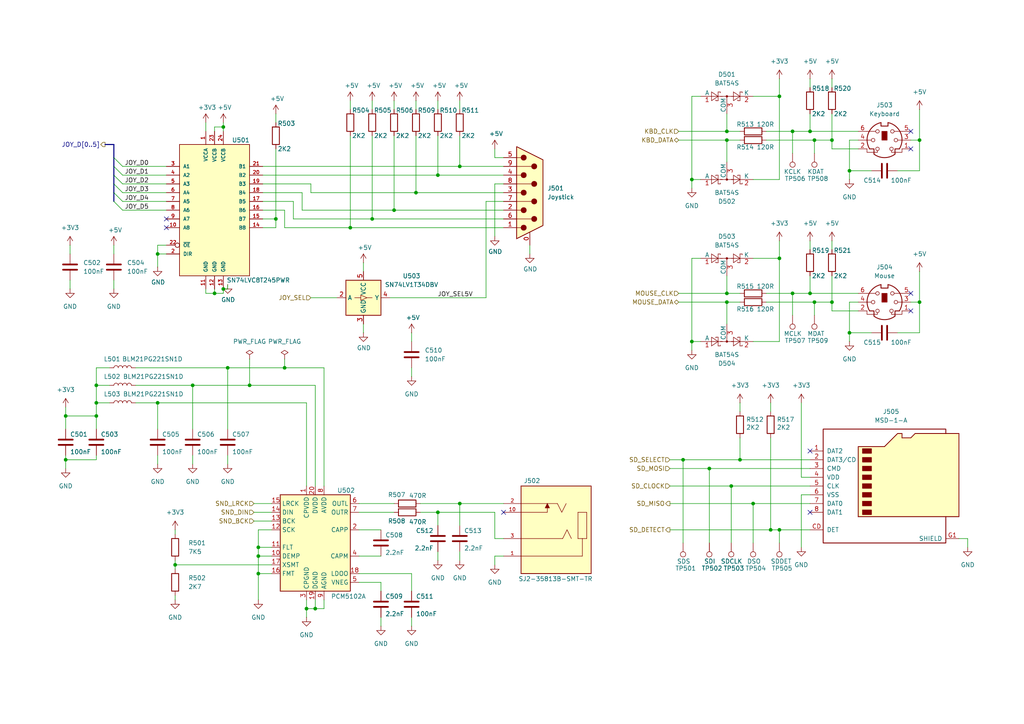
<source format=kicad_sch>
(kicad_sch (version 20250114) (generator "eeschema") (generator_version "9.0")
  (paper "A4")
  (title_block (title "Lattice ICE40HX8K Development board") (company "Stephen Moody"))
  (junction (at 229.87 38.1))
  (junction (at 91.44 176.53))
  (junction (at 198.12 133.35))
  (junction (at 133.35 48.26))
  (junction (at 241.3 40.64))
  (junction (at 127 148.59))
  (junction (at 236.22 87.63))
  (junction (at 66.04 106.68))
  (junction (at 74.93 166.37))
  (junction (at 107.95 63.5))
  (junction (at 72.39 111.76))
  (junction (at 234.95 38.1))
  (junction (at 62.23 85.09))
  (junction (at 114.3 60.96))
  (junction (at 55.88 111.76))
  (junction (at 241.3 87.63))
  (junction (at 266.7 87.63))
  (junction (at 226.06 153.67))
  (junction (at 45.72 73.66))
  (junction (at 133.35 146.05))
  (junction (at 226.06 27.94))
  (junction (at 212.09 140.97))
  (junction (at 80.01 63.5))
  (junction (at 234.95 85.09))
  (junction (at 210.82 85.09))
  (junction (at 82.55 106.68))
  (junction (at 266.7 40.64))
  (junction (at 205.74 135.89))
  (junction (at 200.66 52.07))
  (junction (at 214.63 133.35))
  (junction (at 200.66 99.06))
  (junction (at 226.06 74.93))
  (junction (at 19.05 120.65))
  (junction (at 74.93 161.29))
  (junction (at 19.05 133.35))
  (junction (at 229.87 85.09))
  (junction (at 210.82 87.63))
  (junction (at 210.82 38.1))
  (junction (at 88.9 176.53))
  (junction (at 64.77 83.82))
  (junction (at 120.65 55.88))
  (junction (at 210.82 40.64))
  (junction (at 246.38 49.53))
  (junction (at 127 50.8))
  (junction (at 45.72 116.84))
  (junction (at 27.94 120.65))
  (junction (at 64.77 36.83))
  (junction (at 74.93 158.75))
  (junction (at 101.6 66.04))
  (junction (at 27.94 116.84))
  (junction (at 27.94 111.76))
  (junction (at 218.44 146.05))
  (junction (at 223.52 153.67))
  (junction (at 246.38 96.52))
  (junction (at 236.22 40.64))
  (junction (at 50.8 163.83))
  (no_connect (at 146.05 148.59))
  (no_connect (at 234.95 148.59))
  (no_connect (at 264.16 38.1))
  (no_connect (at 48.26 66.04))
  (no_connect (at 234.95 130.81))
  (no_connect (at 264.16 85.09))
  (no_connect (at 48.26 63.5))
  (no_connect (at 264.16 43.18))
  (no_connect (at 264.16 90.17))
  (bus_entry (at 33.02 58.42) (size 2.54 2.54))
  (bus_entry (at 33.02 55.88) (size 2.54 2.54))
  (bus_entry (at 33.02 48.26) (size 2.54 2.54))
  (bus_entry (at 33.02 50.8) (size 2.54 2.54))
  (bus_entry (at 33.02 45.72) (size 2.54 2.54))
  (bus_entry (at 33.02 53.34) (size 2.54 2.54))
  (wire (pts (xy 266.7 96.52) (xy 266.7 87.63)))
  (wire (pts (xy 104.14 168.91) (xy 110.49 168.91)))
  (wire (pts (xy 146.05 66.04) (xy 101.6 66.04)))
  (wire (pts (xy 264.16 87.63) (xy 266.7 87.63)))
  (wire (pts (xy 223.52 116.84) (xy 223.52 119.38)))
  (wire (pts (xy 127 39.37) (xy 127 50.8)))
  (wire (pts (xy 236.22 87.63) (xy 236.22 91.44)))
  (wire (pts (xy 143.51 43.18) (xy 143.51 45.72)))
  (wire (pts (xy 200.66 52.07) (xy 203.2 52.07)))
  (wire (pts (xy 55.88 132.08) (xy 55.88 134.62)))
  (wire (pts (xy 27.94 132.08) (xy 27.94 133.35)))
  (wire (pts (xy 88.9 176.53) (xy 88.9 179.07)))
  (wire (pts (xy 107.95 39.37) (xy 107.95 63.5)))
  (wire (pts (xy 133.35 39.37) (xy 133.35 48.26)))
  (wire (pts (xy 82.55 66.04) (xy 82.55 60.96)))
  (wire (pts (xy 114.3 39.37) (xy 114.3 60.96)))
  (wire (pts (xy 55.88 111.76) (xy 55.88 124.46)))
  (wire (pts (xy 90.17 53.34) (xy 76.2 53.34)))
  (wire (pts (xy 27.94 116.84) (xy 31.75 116.84)))
  (wire (pts (xy 66.04 132.08) (xy 66.04 134.62)))
  (wire (pts (xy 236.22 87.63) (xy 241.3 87.63)))
  (wire (pts (xy 194.31 135.89) (xy 205.74 135.89)))
  (wire (pts (xy 72.39 111.76) (xy 91.44 111.76)))
  (wire (pts (xy 146.05 60.96) (xy 114.3 60.96)))
  (wire (pts (xy 143.51 156.21) (xy 146.05 156.21)))
  (wire (pts (xy 236.22 40.64) (xy 241.3 40.64)))
  (wire (pts (xy 35.56 55.88) (xy 48.26 55.88)))
  (wire (pts (xy 62.23 83.82) (xy 62.23 85.09)))
  (wire (pts (xy 88.9 173.99) (xy 88.9 176.53)))
  (wire (pts (xy 226.06 74.93) (xy 226.06 69.85)))
  (bus (pts (xy 33.02 53.34) (xy 33.02 50.8)))
  (wire (pts (xy 64.77 38.1) (xy 64.77 36.83)))
  (wire (pts (xy 200.66 52.07) (xy 200.66 27.94)))
  (wire (pts (xy 246.38 96.52) (xy 252.73 96.52)))
  (wire (pts (xy 114.3 29.21) (xy 114.3 31.75)))
  (wire (pts (xy 74.93 153.67) (xy 74.93 158.75)))
  (wire (pts (xy 59.69 83.82) (xy 59.69 85.09)))
  (wire (pts (xy 39.37 116.84) (xy 45.72 116.84)))
  (wire (pts (xy 214.63 133.35) (xy 234.95 133.35)))
  (bus (pts (xy 33.02 58.42) (xy 33.02 55.88)))
  (wire (pts (xy 210.82 87.63) (xy 210.82 93.98)))
  (bus (pts (xy 33.02 50.8) (xy 33.02 48.26)))
  (wire (pts (xy 218.44 74.93) (xy 226.06 74.93)))
  (wire (pts (xy 27.94 133.35) (xy 19.05 133.35)))
  (wire (pts (xy 146.05 50.8) (xy 127 50.8)))
  (wire (pts (xy 73.66 146.05) (xy 78.74 146.05)))
  (wire (pts (xy 241.3 43.18) (xy 241.3 40.64)))
  (wire (pts (xy 241.3 69.85) (xy 241.3 72.39)))
  (wire (pts (xy 143.51 53.34) (xy 146.05 53.34)))
  (wire (pts (xy 260.35 49.53) (xy 266.7 49.53)))
  (wire (pts (xy 66.04 106.68) (xy 66.04 124.46)))
  (wire (pts (xy 140.97 58.42) (xy 146.05 58.42)))
  (wire (pts (xy 64.77 36.83) (xy 64.77 35.56)))
  (wire (pts (xy 214.63 116.84) (xy 214.63 119.38)))
  (wire (pts (xy 50.8 163.83) (xy 50.8 165.1)))
  (wire (pts (xy 74.93 161.29) (xy 78.74 161.29)))
  (wire (pts (xy 205.74 135.89) (xy 205.74 157.48)))
  (bus (pts (xy 33.02 41.91) (xy 30.48 41.91)))
  (wire (pts (xy 226.06 99.06) (xy 218.44 99.06)))
  (wire (pts (xy 143.51 68.58) (xy 143.51 53.34)))
  (wire (pts (xy 127 152.4) (xy 127 148.59)))
  (wire (pts (xy 153.67 73.66) (xy 153.67 71.12)))
  (wire (pts (xy 107.95 29.21) (xy 107.95 31.75)))
  (wire (pts (xy 200.66 101.6) (xy 200.66 99.06)))
  (bus (pts (xy 33.02 55.88) (xy 33.02 53.34)))
  (wire (pts (xy 35.56 58.42) (xy 48.26 58.42)))
  (wire (pts (xy 246.38 52.07) (xy 246.38 49.53)))
  (wire (pts (xy 248.92 87.63) (xy 246.38 87.63)))
  (wire (pts (xy 64.77 83.82) (xy 66.04 83.82)))
  (wire (pts (xy 91.44 111.76) (xy 91.44 140.97)))
  (wire (pts (xy 143.51 161.29) (xy 143.51 163.83)))
  (wire (pts (xy 194.31 140.97) (xy 212.09 140.97)))
  (wire (pts (xy 104.14 146.05) (xy 114.3 146.05)))
  (wire (pts (xy 222.25 40.64) (xy 236.22 40.64)))
  (wire (pts (xy 210.82 33.02) (xy 210.82 38.1)))
  (wire (pts (xy 248.92 40.64) (xy 246.38 40.64)))
  (wire (pts (xy 101.6 39.37) (xy 101.6 66.04)))
  (wire (pts (xy 105.41 93.98) (xy 105.41 96.52)))
  (wire (pts (xy 45.72 132.08) (xy 45.72 134.62)))
  (wire (pts (xy 133.35 160.02) (xy 133.35 162.56)))
  (wire (pts (xy 222.25 87.63) (xy 236.22 87.63)))
  (wire (pts (xy 76.2 63.5) (xy 80.01 63.5)))
  (wire (pts (xy 210.82 38.1) (xy 214.63 38.1)))
  (wire (pts (xy 133.35 29.21) (xy 133.35 31.75)))
  (wire (pts (xy 246.38 40.64) (xy 246.38 49.53)))
  (wire (pts (xy 127 148.59) (xy 121.92 148.59)))
  (wire (pts (xy 146.05 63.5) (xy 107.95 63.5)))
  (wire (pts (xy 200.66 74.93) (xy 203.2 74.93)))
  (wire (pts (xy 229.87 85.09) (xy 234.95 85.09)))
  (wire (pts (xy 20.32 81.28) (xy 20.32 83.82)))
  (wire (pts (xy 82.55 104.14) (xy 82.55 106.68)))
  (wire (pts (xy 35.56 60.96) (xy 48.26 60.96)))
  (wire (pts (xy 91.44 176.53) (xy 88.9 176.53)))
  (wire (pts (xy 200.66 99.06) (xy 203.2 99.06)))
  (wire (pts (xy 119.38 179.07) (xy 119.38 181.61)))
  (wire (pts (xy 143.51 161.29) (xy 146.05 161.29)))
  (wire (pts (xy 27.94 111.76) (xy 27.94 116.84)))
  (wire (pts (xy 31.75 111.76) (xy 27.94 111.76)))
  (wire (pts (xy 93.98 176.53) (xy 91.44 176.53)))
  (wire (pts (xy 62.23 36.83) (xy 62.23 38.1)))
  (wire (pts (xy 234.95 153.67) (xy 226.06 153.67)))
  (wire (pts (xy 196.85 85.09) (xy 210.82 85.09)))
  (bus (pts (xy 33.02 45.72) (xy 33.02 41.91)))
  (wire (pts (xy 35.56 48.26) (xy 48.26 48.26)))
  (wire (pts (xy 19.05 133.35) (xy 19.05 135.89)))
  (wire (pts (xy 119.38 96.52) (xy 119.38 99.06)))
  (wire (pts (xy 218.44 146.05) (xy 218.44 157.48)))
  (wire (pts (xy 55.88 111.76) (xy 72.39 111.76)))
  (wire (pts (xy 27.94 120.65) (xy 19.05 120.65)))
  (wire (pts (xy 222.25 38.1) (xy 229.87 38.1)))
  (wire (pts (xy 226.06 52.07) (xy 218.44 52.07)))
  (wire (pts (xy 72.39 104.14) (xy 72.39 111.76)))
  (wire (pts (xy 80.01 33.02) (xy 80.01 35.56)))
  (wire (pts (xy 91.44 173.99) (xy 91.44 176.53)))
  (wire (pts (xy 210.82 80.01) (xy 210.82 85.09)))
  (wire (pts (xy 140.97 86.36) (xy 140.97 58.42)))
  (wire (pts (xy 266.7 40.64) (xy 266.7 31.75)))
  (wire (pts (xy 212.09 140.97) (xy 234.95 140.97)))
  (wire (pts (xy 39.37 106.68) (xy 66.04 106.68)))
  (wire (pts (xy 20.32 71.12) (xy 20.32 73.66)))
  (wire (pts (xy 113.03 86.36) (xy 140.97 86.36)))
  (wire (pts (xy 104.14 153.67) (xy 110.49 153.67)))
  (wire (pts (xy 226.06 153.67) (xy 223.52 153.67)))
  (wire (pts (xy 48.26 71.12) (xy 45.72 71.12)))
  (wire (pts (xy 76.2 50.8) (xy 127 50.8)))
  (wire (pts (xy 205.74 135.89) (xy 234.95 135.89)))
  (wire (pts (xy 66.04 83.82) (xy 66.04 82.55)))
  (wire (pts (xy 196.85 38.1) (xy 210.82 38.1)))
  (wire (pts (xy 196.85 87.63) (xy 210.82 87.63)))
  (wire (pts (xy 35.56 53.34) (xy 48.26 53.34)))
  (wire (pts (xy 232.41 138.43) (xy 234.95 138.43)))
  (wire (pts (xy 226.06 27.94) (xy 226.06 22.86)))
  (wire (pts (xy 234.95 38.1) (xy 234.95 33.02)))
  (wire (pts (xy 248.92 85.09) (xy 234.95 85.09)))
  (wire (pts (xy 80.01 63.5) (xy 80.01 66.04)))
  (wire (pts (xy 39.37 111.76) (xy 55.88 111.76)))
  (wire (pts (xy 127 29.21) (xy 127 31.75)))
  (wire (pts (xy 119.38 106.68) (xy 119.38 109.22)))
  (wire (pts (xy 200.66 99.06) (xy 200.66 74.93)))
  (wire (pts (xy 19.05 132.08) (xy 19.05 133.35)))
  (wire (pts (xy 50.8 162.56) (xy 50.8 163.83)))
  (wire (pts (xy 120.65 29.21) (xy 120.65 31.75)))
  (wire (pts (xy 234.95 85.09) (xy 234.95 80.01)))
  (wire (pts (xy 87.63 60.96) (xy 87.63 55.88)))
  (wire (pts (xy 241.3 90.17) (xy 248.92 90.17)))
  (wire (pts (xy 74.93 158.75) (xy 78.74 158.75)))
  (wire (pts (xy 104.14 148.59) (xy 114.3 148.59)))
  (wire (pts (xy 223.52 127) (xy 223.52 153.67)))
  (wire (pts (xy 133.35 146.05) (xy 146.05 146.05)))
  (wire (pts (xy 31.75 106.68) (xy 27.94 106.68)))
  (wire (pts (xy 110.49 179.07) (xy 110.49 181.61)))
  (wire (pts (xy 266.7 87.63) (xy 266.7 78.74)))
  (wire (pts (xy 133.35 152.4) (xy 133.35 146.05)))
  (wire (pts (xy 45.72 73.66) (xy 48.26 73.66)))
  (wire (pts (xy 229.87 38.1) (xy 229.87 44.45)))
  (wire (pts (xy 280.67 158.75) (xy 280.67 156.21)))
  (wire (pts (xy 236.22 40.64) (xy 236.22 44.45)))
  (wire (pts (xy 210.82 85.09) (xy 214.63 85.09)))
  (wire (pts (xy 27.94 106.68) (xy 27.94 111.76)))
  (wire (pts (xy 85.09 63.5) (xy 85.09 58.42)))
  (wire (pts (xy 120.65 55.88) (xy 146.05 55.88)))
  (wire (pts (xy 119.38 171.45) (xy 119.38 166.37)))
  (wire (pts (xy 59.69 35.56) (xy 59.69 38.1)))
  (wire (pts (xy 226.06 153.67) (xy 226.06 157.48)))
  (wire (pts (xy 74.93 153.67) (xy 78.74 153.67)))
  (wire (pts (xy 19.05 118.11) (xy 19.05 120.65)))
  (wire (pts (xy 218.44 146.05) (xy 234.95 146.05)))
  (wire (pts (xy 246.38 87.63) (xy 246.38 96.52)))
  (wire (pts (xy 229.87 38.1) (xy 234.95 38.1)))
  (wire (pts (xy 214.63 127) (xy 214.63 133.35)))
  (wire (pts (xy 127 160.02) (xy 127 162.56)))
  (wire (pts (xy 241.3 40.64) (xy 241.3 33.02)))
  (wire (pts (xy 90.17 86.36) (xy 97.79 86.36)))
  (wire (pts (xy 218.44 27.94) (xy 226.06 27.94)))
  (wire (pts (xy 19.05 120.65) (xy 19.05 124.46)))
  (wire (pts (xy 200.66 27.94) (xy 203.2 27.94)))
  (wire (pts (xy 232.41 143.51) (xy 234.95 143.51)))
  (wire (pts (xy 82.55 106.68) (xy 93.98 106.68)))
  (wire (pts (xy 74.93 158.75) (xy 74.93 161.29)))
  (wire (pts (xy 27.94 124.46) (xy 27.94 120.65)))
  (wire (pts (xy 210.82 40.64) (xy 210.82 46.99)))
  (wire (pts (xy 80.01 43.18) (xy 80.01 63.5)))
  (wire (pts (xy 246.38 99.06) (xy 246.38 96.52)))
  (wire (pts (xy 234.95 22.86) (xy 234.95 25.4)))
  (wire (pts (xy 222.25 85.09) (xy 229.87 85.09)))
  (wire (pts (xy 234.95 69.85) (xy 234.95 72.39)))
  (wire (pts (xy 62.23 85.09) (xy 64.77 85.09)))
  (wire (pts (xy 241.3 90.17) (xy 241.3 87.63)))
  (wire (pts (xy 104.14 161.29) (xy 110.49 161.29)))
  (wire (pts (xy 232.41 116.84) (xy 232.41 138.43)))
  (wire (pts (xy 241.3 43.18) (xy 248.92 43.18)))
  (wire (pts (xy 260.35 96.52) (xy 266.7 96.52)))
  (wire (pts (xy 45.72 116.84) (xy 88.9 116.84)))
  (wire (pts (xy 73.66 151.13) (xy 78.74 151.13)))
  (wire (pts (xy 101.6 29.21) (xy 101.6 31.75)))
  (wire (pts (xy 64.77 85.09) (xy 64.77 83.82)))
  (wire (pts (xy 33.02 81.28) (xy 33.02 83.82)))
  (wire (pts (xy 66.04 106.68) (xy 82.55 106.68)))
  (wire (pts (xy 196.85 40.64) (xy 210.82 40.64)))
  (wire (pts (xy 88.9 116.84) (xy 88.9 140.97)))
  (wire (pts (xy 198.12 133.35) (xy 214.63 133.35)))
  (wire (pts (xy 226.06 74.93) (xy 226.06 99.06)))
  (wire (pts (xy 93.98 106.68) (xy 93.98 140.97)))
  (wire (pts (xy 278.13 156.21) (xy 280.67 156.21)))
  (wire (pts (xy 59.69 85.09) (xy 62.23 85.09)))
  (wire (pts (xy 248.92 38.1) (xy 234.95 38.1)))
  (wire (pts (xy 119.38 166.37) (xy 104.14 166.37)))
  (wire (pts (xy 241.3 87.63) (xy 241.3 80.01)))
  (wire (pts (xy 90.17 55.88) (xy 120.65 55.88)))
  (wire (pts (xy 50.8 172.72) (xy 50.8 173.99)))
  (wire (pts (xy 107.95 63.5) (xy 85.09 63.5)))
  (wire (pts (xy 87.63 55.88) (xy 76.2 55.88)))
  (wire (pts (xy 264.16 40.64) (xy 266.7 40.64)))
  (wire (pts (xy 226.06 27.94) (xy 226.06 52.07)))
  (wire (pts (xy 210.82 40.64) (xy 214.63 40.64)))
  (wire (pts (xy 194.31 153.67) (xy 223.52 153.67)))
  (wire (pts (xy 74.93 161.29) (xy 74.93 166.37)))
  (wire (pts (xy 127 148.59) (xy 143.51 148.59)))
  (wire (pts (xy 110.49 171.45) (xy 110.49 168.91)))
  (wire (pts (xy 146.05 48.26) (xy 133.35 48.26)))
  (wire (pts (xy 241.3 22.86) (xy 241.3 25.4)))
  (wire (pts (xy 212.09 140.97) (xy 212.09 157.48)))
  (wire (pts (xy 210.82 87.63) (xy 214.63 87.63)))
  (wire (pts (xy 90.17 55.88) (xy 90.17 53.34)))
  (wire (pts (xy 229.87 85.09) (xy 229.87 91.44)))
  (wire (pts (xy 50.8 163.83) (xy 78.74 163.83)))
  (wire (pts (xy 120.65 39.37) (xy 120.65 55.88)))
  (wire (pts (xy 143.51 45.72) (xy 146.05 45.72)))
  (wire (pts (xy 64.77 36.83) (xy 62.23 36.83)))
  (wire (pts (xy 45.72 73.66) (xy 45.72 77.47)))
  (wire (pts (xy 76.2 48.26) (xy 133.35 48.26)))
  (bus (pts (xy 33.02 48.26) (xy 33.02 45.72)))
  (wire (pts (xy 133.35 146.05) (xy 121.92 146.05)))
  (wire (pts (xy 114.3 60.96) (xy 87.63 60.96)))
  (wire (pts (xy 194.31 133.35) (xy 198.12 133.35)))
  (wire (pts (xy 232.41 143.51) (xy 232.41 158.75)))
  (wire (pts (xy 266.7 49.53) (xy 266.7 40.64)))
  (wire (pts (xy 246.38 49.53) (xy 252.73 49.53)))
  (wire (pts (xy 105.41 76.2) (xy 105.41 78.74)))
  (wire (pts (xy 143.51 148.59) (xy 143.51 156.21)))
  (wire (pts (xy 73.66 148.59) (xy 78.74 148.59)))
  (wire (pts (xy 45.72 116.84) (xy 45.72 124.46)))
  (wire (pts (xy 74.93 166.37) (xy 74.93 173.99)))
  (wire (pts (xy 78.74 166.37) (xy 74.93 166.37)))
  (wire (pts (xy 101.6 66.04) (xy 82.55 66.04)))
  (wire (pts (xy 200.66 54.61) (xy 200.66 52.07)))
  (wire (pts (xy 82.55 60.96) (xy 76.2 60.96)))
  (wire (pts (xy 198.12 133.35) (xy 198.12 157.48)))
  (wire (pts (xy 33.02 71.12) (xy 33.02 73.66)))
  (wire (pts (xy 35.56 50.8) (xy 48.26 50.8)))
  (wire (pts (xy 27.94 120.65) (xy 27.94 116.84)))
  (wire (pts (xy 45.72 71.12) (xy 45.72 73.66)))
  (wire (pts (xy 76.2 66.04) (xy 80.01 66.04)))
  (wire (pts (xy 93.98 173.99) (xy 93.98 176.53)))
  (wire (pts (xy 85.09 58.42) (xy 76.2 58.42)))
  (wire (pts (xy 194.31 146.05) (xy 218.44 146.05)))
  (wire (pts (xy 50.8 153.67) (xy 50.8 154.94)))
  (label "JOY_D0" (at 43.18 48.26 180))
  (label "JOY_D1" (at 43.18 50.8 180))
  (label "JOY_SEL5V" (at 137.16 86.36 180))
  (label "JOY_D4" (at 43.18 58.42 180))
  (label "JOY_D5" (at 43.18 60.96 180))
  (label "JOY_D3" (at 43.18 55.88 180))
  (label "JOY_D2" (at 43.18 53.34 180))
  (hierarchical_label "SND_DIN" (shape input) (at 73.66 148.59 180))
  (hierarchical_label "SND_LRCK" (shape input) (at 73.66 146.05 180))
  (hierarchical_label "SD_SELECT" (shape input) (at 194.31 133.35 180))
  (hierarchical_label "SD_MISO" (shape output) (at 194.31 146.05 180))
  (hierarchical_label "SND_BCK" (shape input) (at 73.66 151.13 180))
  (hierarchical_label "MOUSE_CLK" (shape input) (at 196.85 85.09 180))
  (hierarchical_label "SD_MOSI" (shape input) (at 194.31 135.89 180))
  (hierarchical_label "SD_CLOCK" (shape input) (at 194.31 140.97 180))
  (hierarchical_label "JOY_D[0..5]" (shape output) (at 30.48 41.91 180))
  (hierarchical_label "KBD_DATA" (shape bidirectional) (at 196.85 40.64 180))
  (hierarchical_label "MOUSE_DATA" (shape bidirectional) (at 196.85 87.63 180))
  (hierarchical_label "KBD_CLK" (shape input) (at 196.85 38.1 180))
  (hierarchical_label "JOY_SEL" (shape input) (at 90.17 86.36 180))
  (hierarchical_label "SD_DETECT" (shape output) (at 194.31 153.67 180))
  (symbol (lib_id "power:+5V") (at 119.38 96.52 0) (unit 1)
    (property "Reference" "#PWR0525" (effects (hide yes)))
    (property "Value" "+5V" (at 119.761 92.1258 0))
    (property "Description" "Power symbol creates a global label with name \"+5V\"" (effects (hide yes)))
  )
  (symbol (lib_id "Device:R") (at 234.95 29.21 0) (unit 1)
    (property "Reference" "R518" (at 235.458 25.654 0) (effects (justify left)))
    (property "Value" "2K2" (at 235.458 33.02 0) (effects (justify left)))
    (property "Footprint" "Resistor_SMD:R_0805_2012Metric" (effects (hide yes)))
    (property "Description" "Resistor" (effects (hide yes)))
  )
  (symbol (lib_id "Device:R") (at 241.3 29.21 0) (unit 1)
    (property "Reference" "R520" (at 241.808 25.654 0) (effects (justify left)))
    (property "Value" "2K2" (at 241.808 33.02 0) (effects (justify left)))
    (property "Footprint" "Resistor_SMD:R_0805_2012Metric" (effects (hide yes)))
    (property "Description" "Resistor" (effects (hide yes)))
  )
  (symbol (lib_id "DevBoard:SJ2-35813B-SMT-TR") (at 161.29 153.67 180) (unit 1)
    (property "Reference" "J502" (at 151.892 139.446 0) (effects (justify right)))
    (property "Value" "SJ2-35813B-SMT-TR" (at 150.368 167.894 0) (effects (justify right)))
    (property "Footprint" "DevBoard:CUI_SJ2-35813B-SMT-TR" (effects (hide yes)))
    (property "Description" "3.5 mm, Stereo, Right Angle, Surface Mount (SMT), 3 Conductors, 1 Internal Switch, Audio Jack Connector" (effects (hide yes)))
    (property "MP" "SJ2-35813B-SMT-TR" (effects (hide yes)))
    (property "MANUFACTURER" "CUI Devices" (effects (hide yes)))
  )
  (symbol (lib_id "Device:R") (at 127 35.56 0) (unit 1)
    (property "Reference" "R510" (at 127.508 32.004 0) (effects (justify left)))
    (property "Value" "2K2" (at 127.508 39.37 0) (effects (justify left)))
    (property "Footprint" "Resistor_SMD:R_0805_2012Metric" (effects (hide yes)))
    (property "Description" "Resistor" (effects (hide yes)))
  )
  (symbol (lib_id "Connector:Mini-DIN-6") (at 256.54 40.64 0) (unit 1)
    (property "Reference" "J503" (at 256.5577 30.48 0))
    (property "Value" "Keyboard" (at 256.5577 33.02 0))
    (property "Footprint" "DevBoard:MINI-DIN-6-FULL-SHIELD" (effects (hide yes)))
    (property "Datasheet" "http://service.powerdynamics.com/ec/Catalog17/Section%2011.pdf" (effects (hide yes)))
    (property "Description" "6-pin Mini-DIN connector" (effects (hide yes)))
  )
  (symbol (lib_id "Device:C") (at 119.38 102.87 0) (unit 1)
    (property "Reference" "C510" (at 123.19 101.5999 0) (effects (justify left)))
    (property "Value" "100nF" (at 123.19 104.1399 0) (effects (justify left)))
    (property "Footprint" "Capacitor_SMD:C_0805_2012Metric" (effects (hide yes)))
    (property "Description" "Unpolarized capacitor" (effects (hide yes)))
  )
  (symbol (lib_id "power:GND") (at 153.67 73.66 0) (unit 1)
    (property "Reference" "#PWR0536" (effects (hide yes)))
    (property "Value" "GND" (at 153.797 78.0542 0))
  )
  (symbol (lib_id "Device:C") (at 66.04 128.27 0) (unit 1)
    (property "Reference" "C507" (at 67.31 125.984 0) (effects (justify left)))
    (property "Value" "100nF" (at 67.31 131.064 0) (effects (justify left)))
    (property "Footprint" "Capacitor_SMD:C_0805_2012Metric" (effects (hide yes)))
    (property "Description" "Unpolarized capacitor" (effects (hide yes)))
  )
  (symbol (lib_id "Device:C") (at 256.54 96.52 90) (unit 1)
    (property "Reference" "C515" (at 252.984 99.314 90))
    (property "Value" "100nF" (at 261.366 99.314 90))
    (property "Footprint" "Capacitor_SMD:C_0805_2012Metric" (effects (hide yes)))
    (property "Description" "Unpolarized capacitor" (effects (hide yes)))
  )
  (symbol (lib_id "power:GND") (at 88.9 179.07 0) (unit 1)
    (property "Reference" "#PWR0518" (effects (hide yes)))
    (property "Value" "GND" (at 88.9 184.15 0))
    (property "Description" "Power symbol creates a global label with name \"GND\" , ground" (effects (hide yes)))
  )
  (symbol (lib_id "power:+3V3") (at 223.52 116.84 0) (unit 1)
    (property "Reference" "#PWR0540" (effects (hide yes)))
    (property "Value" "+3V3" (at 223.52 111.76 0))
    (property "Description" "Power symbol creates a global label with name \"+3V3\"" (effects (hide yes)))
  )
  (symbol (lib_id "power:+5V") (at 133.35 29.21 0) (unit 1)
    (property "Reference" "#PWR0531" (effects (hide yes)))
    (property "Value" "+5V" (at 133.731 24.8158 0))
    (property "Description" "Power symbol creates a global label with name \"+5V\"" (effects (hide yes)))
  )
  (symbol (lib_id "power:PWR_FLAG") (at 72.39 104.14 0) (unit 1)
    (property "Reference" "#FLG0501" (effects (hide yes)))
    (property "Value" "PWR_FLAG" (at 72.39 99.06 0))
    (property "Description" "Special symbol for telling ERC where power comes from" (effects (hide yes)))
  )
  (symbol (lib_id "power:+5V") (at 234.95 69.85 0) (unit 1)
    (property "Reference" "#PWR0546" (effects (hide yes)))
    (property "Value" "+5V" (at 234.95 64.77 0))
    (property "Description" "Power symbol creates a global label with name \"+5V\"" (effects (hide yes)))
  )
  (symbol (lib_id "power:GND") (at 45.72 134.62 0) (unit 1)
    (property "Reference" "#PWR0508" (effects (hide yes)))
    (property "Value" "GND" (at 45.72 139.7 0))
    (property "Description" "Power symbol creates a global label with name \"GND\" , ground" (effects (hide yes)))
  )
  (symbol (lib_id "Device:C") (at 110.49 157.48 0) (unit 1)
    (property "Reference" "C508" (at 111.76 155.194 0) (effects (justify left)))
    (property "Value" "2.2nF" (at 111.76 160.274 0) (effects (justify left)))
    (property "Footprint" "Capacitor_SMD:C_0805_2012Metric" (effects (hide yes)))
    (property "Description" "Unpolarized capacitor" (effects (hide yes)))
  )
  (symbol (lib_id "Connector:TestPoint") (at 218.44 157.48 0) (mirror x) (unit 1)
    (property "Reference" "TP504" (at 216.154 164.846 0) (effects (justify left)))
    (property "Value" "DSO" (at 216.662 162.814 0) (effects (justify left)))
    (property "Footprint" "TestPoint:TestPoint_Pad_D1.0mm" (effects (hide yes)))
    (property "Description" "test point" (effects (hide yes)))
  )
  (symbol (lib_id "Device:C") (at 19.05 128.27 0) (unit 1)
    (property "Reference" "C501" (at 20.32 125.984 0) (effects (justify left)))
    (property "Value" "100nF" (at 20.32 131.064 0) (effects (justify left)))
    (property "Footprint" "Capacitor_SMD:C_0805_2012Metric" (effects (hide yes)))
    (property "Description" "Unpolarized capacitor" (effects (hide yes)))
  )
  (symbol (lib_id "power:+5V") (at 105.41 76.2 0) (unit 1)
    (property "Reference" "#PWR0520" (effects (hide yes)))
    (property "Value" "+5V" (at 105.791 71.8058 0))
    (property "Description" "Power symbol creates a global label with name \"+5V\"" (effects (hide yes)))
  )
  (symbol (lib_id "power:GND") (at 33.02 83.82 0) (unit 1)
    (property "Reference" "#PWR0506" (effects (hide yes)))
    (property "Value" "GND" (at 33.02 88.9 0))
    (property "Description" "Power symbol creates a global label with name \"GND\" , ground" (effects (hide yes)))
  )
  (symbol (lib_id "Device:C") (at 45.72 128.27 0) (unit 1)
    (property "Reference" "C505" (at 46.99 125.984 0) (effects (justify left)))
    (property "Value" "100nF" (at 46.99 131.064 0) (effects (justify left)))
    (property "Footprint" "Capacitor_SMD:C_0805_2012Metric" (effects (hide yes)))
    (property "Description" "Unpolarized capacitor" (effects (hide yes)))
  )
  (symbol (lib_id "power:+5V") (at 107.95 29.21 0) (unit 1)
    (property "Reference" "#PWR0522" (effects (hide yes)))
    (property "Value" "+5V" (at 108.331 24.8158 0))
    (property "Description" "Power symbol creates a global label with name \"+5V\"" (effects (hide yes)))
  )
  (symbol (lib_id "Connector:Mini-DIN-6") (at 256.54 87.63 0) (unit 1)
    (property "Reference" "J504" (at 256.5577 77.47 0))
    (property "Value" "Mouse" (at 256.5577 80.01 0))
    (property "Footprint" "DevBoard:MINI-DIN-6-FULL-SHIELD" (effects (hide yes)))
    (property "Datasheet" "http://service.powerdynamics.com/ec/Catalog17/Section%2011.pdf" (effects (hide yes)))
    (property "Description" "6-pin Mini-DIN connector" (effects (hide yes)))
  )
  (symbol (lib_id "Device:R") (at 234.95 76.2 0) (unit 1)
    (property "Reference" "R519" (at 235.458 72.644 0) (effects (justify left)))
    (property "Value" "2K2" (at 235.458 80.01 0) (effects (justify left)))
    (property "Footprint" "Resistor_SMD:R_0805_2012Metric" (effects (hide yes)))
    (property "Description" "Resistor" (effects (hide yes)))
  )
  (symbol (lib_id "Device:R") (at 241.3 76.2 0) (unit 1)
    (property "Reference" "R521" (at 241.808 72.644 0) (effects (justify left)))
    (property "Value" "2K2" (at 241.808 80.01 0) (effects (justify left)))
    (property "Footprint" "Resistor_SMD:R_0805_2012Metric" (effects (hide yes)))
    (property "Description" "Resistor" (effects (hide yes)))
  )
  (symbol (lib_id "Device:C") (at 133.35 156.21 0) (unit 1)
    (property "Reference" "C513" (at 134.62 153.924 0) (effects (justify left)))
    (property "Value" "2.2nF" (at 134.62 159.004 0) (effects (justify left)))
    (property "Footprint" "Capacitor_SMD:C_0805_2012Metric" (effects (hide yes)))
    (property "Description" "Unpolarized capacitor" (effects (hide yes)))
  )
  (symbol (lib_id "Device:R") (at 218.44 87.63 90) (mirror x) (unit 1)
    (property "Reference" "R516" (at 216.154 89.662 90))
    (property "Value" "120R" (at 221.996 89.662 90))
    (property "Footprint" "Resistor_SMD:R_0805_2012Metric" (effects (hide yes)))
    (property "Description" "Resistor" (effects (hide yes)))
  )
  (symbol (lib_id "power:GND") (at 74.93 173.99 0) (unit 1)
    (property "Reference" "#PWR0516" (effects (hide yes)))
    (property "Value" "GND" (at 74.93 179.07 0))
    (property "Description" "Power symbol creates a global label with name \"GND\" , ground" (effects (hide yes)))
  )
  (symbol (lib_id "Device:R") (at 218.44 85.09 90) (unit 1)
    (property "Reference" "R515" (at 216.154 83.058 90))
    (property "Value" "120R" (at 221.996 83.058 90))
    (property "Footprint" "Resistor_SMD:R_0805_2012Metric" (effects (hide yes)))
    (property "Description" "Resistor" (effects (hide yes)))
  )
  (symbol (lib_id "Connector:TestPoint") (at 236.22 44.45 0) (mirror x) (unit 1)
    (property "Reference" "TP508" (at 234.188 51.816 0) (effects (justify left)))
    (property "Value" "KDAT" (at 234.188 49.784 0) (effects (justify left)))
    (property "Footprint" "TestPoint:TestPoint_Pad_D1.0mm" (effects (hide yes)))
    (property "Description" "test point" (effects (hide yes)))
  )
  (symbol (lib_id "Device:R") (at 218.44 38.1 90) (unit 1)
    (property "Reference" "R513" (at 216.154 36.068 90))
    (property "Value" "120R" (at 221.996 36.068 90))
    (property "Footprint" "Resistor_SMD:R_0805_2012Metric" (effects (hide yes)))
    (property "Description" "Resistor" (effects (hide yes)))
  )
  (symbol (lib_id "power:+5V") (at 241.3 22.86 0) (unit 1)
    (property "Reference" "#PWR0547" (effects (hide yes)))
    (property "Value" "+5V" (at 241.3 17.78 0))
    (property "Description" "Power symbol creates a global label with name \"+5V\"" (effects (hide yes)))
  )
  (symbol (lib_id "Connector:TestPoint") (at 198.12 157.48 0) (mirror x) (unit 1)
    (property "Reference" "TP501" (at 195.834 164.846 0) (effects (justify left)))
    (property "Value" "SDS" (at 196.342 162.814 0) (effects (justify left)))
    (property "Footprint" "TestPoint:TestPoint_Pad_D1.0mm" (effects (hide yes)))
    (property "Description" "test point" (effects (hide yes)))
  )
  (symbol (lib_id "Device:R") (at 118.11 146.05 90) (unit 1)
    (property "Reference" "R507" (at 115.062 143.51 90))
    (property "Value" "470R" (at 121.158 143.764 90))
    (property "Footprint" "Resistor_SMD:R_0805_2012Metric" (effects (hide yes)))
    (property "Description" "Resistor" (effects (hide yes)))
  )
  (symbol (lib_id "power:+5V") (at 241.3 69.85 0) (unit 1)
    (property "Reference" "#PWR0548" (effects (hide yes)))
    (property "Value" "+5V" (at 241.3 64.77 0))
    (property "Description" "Power symbol creates a global label with name \"+5V\"" (effects (hide yes)))
  )
  (symbol (lib_id "power:PWR_FLAG") (at 82.55 104.14 0) (unit 1)
    (property "Reference" "#FLG0502" (effects (hide yes)))
    (property "Value" "PWR_FLAG" (at 82.55 99.06 0))
    (property "Description" "Special symbol for telling ERC where power comes from" (effects (hide yes)))
  )
  (symbol (lib_id "Device:R") (at 218.44 40.64 90) (mirror x) (unit 1)
    (property "Reference" "R514" (at 216.154 42.672 90))
    (property "Value" "120R" (at 221.996 42.672 90))
    (property "Footprint" "Resistor_SMD:R_0805_2012Metric" (effects (hide yes)))
    (property "Description" "Resistor" (effects (hide yes)))
  )
  (symbol (lib_id "Connector:TestPoint") (at 212.09 157.48 0) (mirror x) (unit 1)
    (property "Reference" "TP503" (at 209.804 164.846 0) (effects (justify left)))
    (property "Value" "SDCLK" (at 209.042 162.814 0) (effects (justify left)))
    (property "Footprint" "TestPoint:TestPoint_Pad_D1.0mm" (effects (hide yes)))
    (property "Description" "test point" (effects (hide yes)))
  )
  (symbol (lib_id "power:+5V") (at 127 29.21 0) (unit 1)
    (property "Reference" "#PWR0529" (effects (hide yes)))
    (property "Value" "+5V" (at 127.381 24.8158 0))
    (property "Description" "Power symbol creates a global label with name \"+5V\"" (effects (hide yes)))
  )
  (symbol (lib_id "power:+5V") (at 64.77 35.56 0) (unit 1)
    (property "Reference" "#PWR0513" (effects (hide yes)))
    (property "Value" "+5V" (at 65.151 31.1658 0))
    (property "Description" "Power symbol creates a global label with name \"+5V\"" (effects (hide yes)))
  )
  (symbol (lib_id "Device:R") (at 223.52 123.19 0) (unit 1)
    (property "Reference" "R517" (at 225.298 121.666 0) (effects (justify left)))
    (property "Value" "2K2" (at 225.298 123.952 0) (effects (justify left)))
    (property "Footprint" "Resistor_SMD:R_0805_2012Metric" (effects (hide yes)))
    (property "Description" "Resistor" (effects (hide yes)))
  )
  (symbol (lib_id "Device:R") (at 133.35 35.56 0) (unit 1)
    (property "Reference" "R511" (at 133.858 32.004 0) (effects (justify left)))
    (property "Value" "2K2" (at 133.858 39.37 0) (effects (justify left)))
    (property "Footprint" "Resistor_SMD:R_0805_2012Metric" (effects (hide yes)))
    (property "Description" "Resistor" (effects (hide yes)))
  )
  (symbol (lib_id "power:+5V") (at 33.02 71.12 0) (unit 1)
    (property "Reference" "#PWR0505" (effects (hide yes)))
    (property "Value" "+5V" (at 33.401 66.7258 0))
    (property "Description" "Power symbol creates a global label with name \"+5V\"" (effects (hide yes)))
  )
  (symbol (lib_id "Device:R") (at 50.8 158.75 0) (unit 1)
    (property "Reference" "R501" (at 54.61 157.4799 0) (effects (justify left)))
    (property "Value" "7K5" (at 54.61 160.0199 0) (effects (justify left)))
    (property "Footprint" "Resistor_SMD:R_0805_2012Metric" (effects (hide yes)))
    (property "Description" "Resistor" (effects (hide yes)))
  )
  (symbol (lib_id "Device:R") (at 118.11 148.59 90) (mirror x) (unit 1)
    (property "Reference" "R508" (at 115.062 151.13 90))
    (property "Value" "470R" (at 121.158 151.384 90))
    (property "Footprint" "Resistor_SMD:R_0805_2012Metric" (effects (hide yes)))
    (property "Description" "Resistor" (effects (hide yes)))
  )
  (symbol (lib_id "power:+3V3") (at 19.05 118.11 0) (unit 1)
    (property "Reference" "#PWR0501" (effects (hide yes)))
    (property "Value" "+3V3" (at 19.05 113.03 0))
    (property "Description" "Power symbol creates a global label with name \"+3V3\"" (effects (hide yes)))
  )
  (symbol (lib_id "power:+5V") (at 266.7 31.75 0) (unit 1)
    (property "Reference" "#PWR0551" (effects (hide yes)))
    (property "Value" "+5V" (at 266.7 26.67 0))
    (property "Description" "Power symbol creates a global label with name \"+5V\"" (effects (hide yes)))
  )
  (symbol (lib_id "power:GND") (at 280.67 158.75 0) (unit 1)
    (property "Reference" "#PWR0553" (effects (hide yes)))
    (property "Value" "GND" (at 280.67 163.83 0))
    (property "Description" "Power symbol creates a global label with name \"GND\" , ground" (effects (hide yes)))
  )
  (symbol (lib_id "power:+5V") (at 266.7 78.74 0) (unit 1)
    (property "Reference" "#PWR0552" (effects (hide yes)))
    (property "Value" "+5V" (at 266.7 73.66 0))
    (property "Description" "Power symbol creates a global label with name \"+5V\"" (effects (hide yes)))
  )
  (symbol (lib_id "Device:C") (at 127 156.21 0) (mirror y) (unit 1)
    (property "Reference" "C512" (at 125.73 153.924 0) (effects (justify left)))
    (property "Value" "2.2nF" (at 125.73 159.004 0) (effects (justify left)))
    (property "Footprint" "Capacitor_SMD:C_0805_2012Metric" (effects (hide yes)))
    (property "Description" "Unpolarized capacitor" (effects (hide yes)))
  )
  (symbol (lib_id "power:GND") (at 143.51 163.83 0) (unit 1)
    (property "Reference" "#PWR0535" (effects (hide yes)))
    (property "Value" "GND" (at 143.51 168.91 0))
    (property "Description" "Power symbol creates a global label with name \"GND\" , ground" (effects (hide yes)))
  )
  (symbol (lib_id "Diode:BAT54S") (at 210.82 52.07 0) (mirror x) (unit 1)
    (property "Reference" "D502" (at 210.82 58.42 0))
    (property "Value" "BAT54S" (at 210.82 55.88 0))
    (property "Footprint" "Package_TO_SOT_SMD:SOT-23" (effects (hide yes)))
    (property "Datasheet" "https://www.diodes.com/assets/Datasheets/ds11005.pdf" (effects (hide yes)))
    (property "Description" "Vr 30V, If 200mA, Dual schottky barrier diode, in series, SOT-323" (effects (hide yes)))
  )
  (symbol (lib_id "power:+3V3") (at 50.8 153.67 0) (unit 1)
    (property "Reference" "#PWR0509" (effects (hide yes)))
    (property "Value" "+3V3" (at 50.8 148.59 0))
    (property "Description" "Power symbol creates a global label with name \"+3V3\"" (effects (hide yes)))
  )
  (symbol (lib_id "DevBoard:MSD-1-A") (at 259.08 138.43 0) (unit 1)
    (property "Reference" "J505" (at 258.445 119.38 0))
    (property "Value" "MSD-1-A" (at 258.445 121.92 0))
    (property "Footprint" "DevBoard:CUI_MSD-1-A" (effects (hide yes)))
    (property "MP" "MSD-1-A" (effects (hide yes)))
  )
  (symbol (lib_id "Connector:DE9_Pins_MountingHoles") (at 153.67 55.88 0) (unit 1)
    (property "Reference" "J501" (at 158.75 54.6099 0) (effects (justify left)))
    (property "Value" "Joystick" (at 158.75 57.1499 0) (effects (justify left)))
    (property "Footprint" "Connector_Dsub:DSUB-9_Pins_Horizontal_P2.77x2.84mm_EdgePinOffset4.94mm_Housed_MountingHolesOffset4.94mm" (effects (hide yes)))
    (property "Description" "9-pin D-SUB connector, pins (male), Mounting Hole" (effects (hide yes)))
  )
  (symbol (lib_id "power:+3V3") (at 214.63 116.84 0) (unit 1)
    (property "Reference" "#PWR0539" (effects (hide yes)))
    (property "Value" "+3V3" (at 214.63 111.76 0))
    (property "Description" "Power symbol creates a global label with name \"+3V3\"" (effects (hide yes)))
  )
  (symbol (lib_id "Device:R") (at 101.6 35.56 0) (unit 1)
    (property "Reference" "R504" (at 102.108 32.004 0) (effects (justify left)))
    (property "Value" "2K2" (at 102.108 39.37 0) (effects (justify left)))
    (property "Footprint" "Resistor_SMD:R_0805_2012Metric" (effects (hide yes)))
    (property "Description" "Resistor" (effects (hide yes)))
  )
  (symbol (lib_id "power:GND") (at 133.35 162.56 0) (unit 1)
    (property "Reference" "#PWR0532" (effects (hide yes)))
    (property "Value" "GND" (at 133.35 167.64 0))
    (property "Description" "Power symbol creates a global label with name \"GND\" , ground" (effects (hide yes)))
  )
  (symbol (lib_id "Connector:TestPoint") (at 205.74 157.48 0) (mirror x) (unit 1)
    (property "Reference" "TP502" (at 203.454 164.846 0) (effects (justify left)))
    (property "Value" "SDI" (at 204.216 162.814 0) (effects (justify left)))
    (property "Footprint" "TestPoint:TestPoint_Pad_D1.0mm" (effects (hide yes)))
    (property "Description" "test point" (effects (hide yes)))
  )
  (symbol (lib_id "Device:C") (at 55.88 128.27 0) (unit 1)
    (property "Reference" "C506" (at 57.15 125.984 0) (effects (justify left)))
    (property "Value" "100nF" (at 57.15 131.064 0) (effects (justify left)))
    (property "Footprint" "Capacitor_SMD:C_0805_2012Metric" (effects (hide yes)))
    (property "Description" "Unpolarized capacitor" (effects (hide yes)))
  )
  (symbol (lib_id "power:+5V") (at 234.95 22.86 0) (unit 1)
    (property "Reference" "#PWR0545" (effects (hide yes)))
    (property "Value" "+5V" (at 234.95 17.78 0))
    (property "Description" "Power symbol creates a global label with name \"+5V\"" (effects (hide yes)))
  )
  (symbol (lib_id "Diode:BAT54S") (at 210.82 99.06 0) (mirror x) (unit 1)
    (property "Reference" "D504" (at 210.82 105.41 0))
    (property "Value" "BAT54S" (at 210.82 102.87 0))
    (property "Footprint" "Package_TO_SOT_SMD:SOT-23" (effects (hide yes)))
    (property "Datasheet" "https://www.diodes.com/assets/Datasheets/ds11005.pdf" (effects (hide yes)))
    (property "Description" "Vr 30V, If 200mA, Dual schottky barrier diode, in series, SOT-323" (effects (hide yes)))
  )
  (symbol (lib_id "power:GND") (at 143.51 68.58 0) (unit 1)
    (property "Reference" "#PWR0534" (effects (hide yes)))
    (property "Value" "GND" (at 143.637 72.9742 0))
  )
  (symbol (lib_id "Device:R") (at 214.63 123.19 0) (unit 1)
    (property "Reference" "R512" (at 216.408 121.666 0) (effects (justify left)))
    (property "Value" "2K2" (at 216.408 123.952 0) (effects (justify left)))
    (property "Footprint" "Resistor_SMD:R_0805_2012Metric" (effects (hide yes)))
    (property "Description" "Resistor" (effects (hide yes)))
  )
  (symbol (lib_id "Device:R") (at 50.8 168.91 0) (unit 1)
    (property "Reference" "R502" (at 54.61 167.6399 0) (effects (justify left)))
    (property "Value" "2K7" (at 54.61 170.1799 0) (effects (justify left)))
    (property "Footprint" "Resistor_SMD:R_0805_2012Metric" (effects (hide yes)))
    (property "Description" "Resistor" (effects (hide yes)))
  )
  (symbol (lib_id "Device:C") (at 110.49 175.26 0) (unit 1)
    (property "Reference" "C509" (at 111.76 172.974 0) (effects (justify left)))
    (property "Value" "2.2nF" (at 111.76 178.054 0) (effects (justify left)))
    (property "Footprint" "Capacitor_SMD:C_0805_2012Metric" (effects (hide yes)))
    (property "Description" "Unpolarized capacitor" (effects (hide yes)))
  )
  (symbol (lib_id "Device:R") (at 120.65 35.56 0) (unit 1)
    (property "Reference" "R509" (at 121.158 32.004 0) (effects (justify left)))
    (property "Value" "2K2" (at 121.158 39.37 0) (effects (justify left)))
    (property "Footprint" "Resistor_SMD:R_0805_2012Metric" (effects (hide yes)))
    (property "Description" "Resistor" (effects (hide yes)))
  )
  (symbol (lib_id "Device:L") (at 35.56 111.76 90) (unit 1)
    (property "Reference" "L502" (at 32.512 109.22 90))
    (property "Value" "BLM21PG221SN1D" (at 44.45 109.22 90))
    (property "Footprint" "Inductor_SMD:L_1206_3216Metric" (effects (hide yes)))
    (property "Description" "Inductor" (effects (hide yes)))
  )
  (symbol (lib_id "power:GND") (at 200.66 101.6 0) (unit 1)
    (property "Reference" "#PWR0538" (effects (hide yes)))
    (property "Value" "GND" (at 200.66 106.68 0))
    (property "Description" "Power symbol creates a global label with name \"GND\" , ground" (effects (hide yes)))
  )
  (symbol (lib_id "power:GND") (at 246.38 52.07 0) (unit 1)
    (property "Reference" "#PWR0549" (effects (hide yes)))
    (property "Value" "GND" (at 246.38 57.15 0))
    (property "Description" "Power symbol creates a global label with name \"GND\" , ground" (effects (hide yes)))
  )
  (symbol (lib_id "power:GND") (at 110.49 181.61 0) (unit 1)
    (property "Reference" "#PWR0523" (effects (hide yes)))
    (property "Value" "GND" (at 110.49 186.69 0))
    (property "Description" "Power symbol creates a global label with name \"GND\" , ground" (effects (hide yes)))
  )
  (symbol (lib_id "power:+3V3") (at 59.69 35.56 0) (unit 1)
    (property "Reference" "#PWR0512" (effects (hide yes)))
    (property "Value" "+3V3" (at 60.071 31.1658 0))
    (property "Description" "Power symbol creates a global label with name \"+3V3\"" (effects (hide yes)))
  )
  (symbol (lib_id "Device:L") (at 35.56 106.68 90) (unit 1)
    (property "Reference" "L501" (at 32.512 104.14 90))
    (property "Value" "BLM21PG221SN1D" (at 44.196 104.14 90))
    (property "Footprint" "Inductor_SMD:L_1206_3216Metric" (effects (hide yes)))
    (property "Description" "Inductor" (effects (hide yes)))
  )
  (symbol (lib_id "power:GND") (at 66.04 134.62 0) (unit 1)
    (property "Reference" "#PWR0515" (effects (hide yes)))
    (property "Value" "GND" (at 66.04 139.7 0))
    (property "Description" "Power symbol creates a global label with name \"GND\" , ground" (effects (hide yes)))
  )
  (symbol (lib_id "power:GND") (at 105.41 96.52 0) (unit 1)
    (property "Reference" "#PWR0521" (effects (hide yes)))
    (property "Value" "GND" (at 105.537 100.9142 0))
    (property "Description" "Power symbol creates a global label with name \"GND\" , ground" (effects (hide yes)))
  )
  (symbol (lib_id "Diode:BAT54S") (at 210.82 74.93 0) (unit 1)
    (property "Reference" "D503" (at 210.82 68.58 0))
    (property "Value" "BAT54S" (at 210.82 71.12 0))
    (property "Footprint" "Package_TO_SOT_SMD:SOT-23" (effects (hide yes)))
    (property "Datasheet" "https://www.diodes.com/assets/Datasheets/ds11005.pdf" (effects (hide yes)))
    (property "Description" "Vr 30V, If 200mA, Dual schottky barrier diode, in series, SOT-323" (effects (hide yes)))
  )
  (symbol (lib_id "Device:C") (at 20.32 77.47 0) (unit 1)
    (property "Reference" "C502" (at 24.13 76.1999 0) (effects (justify left)))
    (property "Value" "100nF" (at 24.13 78.7399 0) (effects (justify left)))
    (property "Footprint" "Capacitor_SMD:C_0805_2012Metric" (effects (hide yes)))
    (property "Description" "Unpolarized capacitor" (effects (hide yes)))
  )
  (symbol (lib_id "power:+5V") (at 80.01 33.02 0) (unit 1)
    (property "Reference" "#PWR0517" (effects (hide yes)))
    (property "Value" "+5V" (at 80.391 28.6258 0))
    (property "Description" "Power symbol creates a global label with name \"+5V\"" (effects (hide yes)))
  )
  (symbol (lib_id "Connector:TestPoint") (at 226.06 157.48 0) (mirror x) (unit 1)
    (property "Reference" "TP505" (at 223.774 164.846 0) (effects (justify left)))
    (property "Value" "SDDET" (at 223.52 162.814 0) (effects (justify left)))
    (property "Footprint" "TestPoint:TestPoint_Pad_D1.0mm" (effects (hide yes)))
    (property "Description" "test point" (effects (hide yes)))
  )
  (symbol (lib_id "Diode:BAT54S") (at 210.82 27.94 0) (unit 1)
    (property "Reference" "D501" (at 210.82 21.59 0))
    (property "Value" "BAT54S" (at 210.82 24.13 0))
    (property "Footprint" "Package_TO_SOT_SMD:SOT-23" (effects (hide yes)))
    (property "Datasheet" "https://www.diodes.com/assets/Datasheets/ds11005.pdf" (effects (hide yes)))
    (property "Description" "Vr 30V, If 200mA, Dual schottky barrier diode, in series, SOT-323" (effects (hide yes)))
  )
  (symbol (lib_id "Audio:PCM5102A") (at 91.44 156.21 0) (unit 1)
    (property "Reference" "U502" (at 97.79 142.24 0) (effects (justify left)))
    (property "Value" "PCM5102A" (at 96.012 172.974 0) (effects (justify left)))
    (property "Footprint" "Package_SO:TSSOP-20_4.4x6.5mm_P0.65mm" (effects (hide yes)))
    (property "Datasheet" "https://www.ti.com/lit/ds/symlink/pcm5102a.pdf" (effects (hide yes)))
    (property "Description" "2.1 VRMS, 112dB Audio Stereo DAC with PLL and 32-bit, 384kHz PCM Interface, TSSOP-20" (effects (hide yes)))
  )
  (symbol (lib_id "Device:C") (at 119.38 175.26 0) (unit 1)
    (property "Reference" "C511" (at 120.65 172.974 0) (effects (justify left)))
    (property "Value" "100nF" (at 120.65 178.054 0) (effects (justify left)))
    (property "Footprint" "Capacitor_SMD:C_0805_2012Metric" (effects (hide yes)))
    (property "Description" "Unpolarized capacitor" (effects (hide yes)))
  )
  (symbol (lib_id "power:GND") (at 20.32 83.82 0) (unit 1)
    (property "Reference" "#PWR0504" (effects (hide yes)))
    (property "Value" "GND" (at 20.32 88.9 0))
    (property "Description" "Power symbol creates a global label with name \"GND\" , ground" (effects (hide yes)))
  )
  (symbol (lib_id "Connector:TestPoint") (at 229.87 91.44 0) (mirror x) (unit 1)
    (property "Reference" "TP507" (at 227.584 98.806 0) (effects (justify left)))
    (property "Value" "MCLK" (at 227.33 96.774 0) (effects (justify left)))
    (property "Footprint" "TestPoint:TestPoint_Pad_D1.0mm" (effects (hide yes)))
    (property "Description" "test point" (effects (hide yes)))
  )
  (symbol (lib_id "Device:C") (at 256.54 49.53 90) (unit 1)
    (property "Reference" "C514" (at 252.984 52.324 90))
    (property "Value" "100nF" (at 261.366 52.324 90))
    (property "Footprint" "Capacitor_SMD:C_0805_2012Metric" (effects (hide yes)))
    (property "Description" "Unpolarized capacitor" (effects (hide yes)))
  )
  (symbol (lib_id "power:+3V3") (at 232.41 116.84 0) (unit 1)
    (property "Reference" "#PWR0543" (effects (hide yes)))
    (property "Value" "+3V3" (at 232.41 111.76 0))
    (property "Description" "Power symbol creates a global label with name \"+3V3\"" (effects (hide yes)))
  )
  (symbol (lib_id "power:GND") (at 119.38 181.61 0) (unit 1)
    (property "Reference" "#PWR0527" (effects (hide yes)))
    (property "Value" "GND" (at 119.38 186.69 0))
    (property "Description" "Power symbol creates a global label with name \"GND\" , ground" (effects (hide yes)))
  )
  (symbol (lib_id "Connector:TestPoint") (at 236.22 91.44 0) (mirror x) (unit 1)
    (property "Reference" "TP509" (at 234.188 98.806 0) (effects (justify left)))
    (property "Value" "MDAT" (at 234.188 96.774 0) (effects (justify left)))
    (property "Footprint" "TestPoint:TestPoint_Pad_D1.0mm" (effects (hide yes)))
    (property "Description" "test point" (effects (hide yes)))
  )
  (symbol (lib_id "Device:R") (at 107.95 35.56 0) (unit 1)
    (property "Reference" "R505" (at 108.458 32.004 0) (effects (justify left)))
    (property "Value" "2K2" (at 108.458 39.37 0) (effects (justify left)))
    (property "Footprint" "Resistor_SMD:R_0805_2012Metric" (effects (hide yes)))
    (property "Description" "Resistor" (effects (hide yes)))
  )
  (symbol (lib_id "Device:R") (at 114.3 35.56 0) (unit 1)
    (property "Reference" "R506" (at 114.808 32.004 0) (effects (justify left)))
    (property "Value" "2K2" (at 114.808 39.37 0) (effects (justify left)))
    (property "Footprint" "Resistor_SMD:R_0805_2012Metric" (effects (hide yes)))
    (property "Description" "Resistor" (effects (hide yes)))
  )
  (symbol (lib_id "power:+5V") (at 120.65 29.21 0) (unit 1)
    (property "Reference" "#PWR0528" (effects (hide yes)))
    (property "Value" "+5V" (at 121.031 24.8158 0))
    (property "Description" "Power symbol creates a global label with name \"+5V\"" (effects (hide yes)))
  )
  (symbol (lib_id "Device:C") (at 27.94 128.27 0) (unit 1)
    (property "Reference" "C503" (at 29.21 125.984 0) (effects (justify left)))
    (property "Value" "100nF" (at 29.21 131.064 0) (effects (justify left)))
    (property "Footprint" "Capacitor_SMD:C_0805_2012Metric" (effects (hide yes)))
    (property "Description" "Unpolarized capacitor" (effects (hide yes)))
  )
  (symbol (lib_id "power:GND") (at 50.8 173.99 0) (unit 1)
    (property "Reference" "#PWR0510" (effects (hide yes)))
    (property "Value" "GND" (at 50.8 179.07 0))
    (property "Description" "Power symbol creates a global label with name \"GND\" , ground" (effects (hide yes)))
  )
  (symbol (lib_id "power:+5V") (at 101.6 29.21 0) (unit 1)
    (property "Reference" "#PWR0519" (effects (hide yes)))
    (property "Value" "+5V" (at 101.981 24.8158 0))
    (property "Description" "Power symbol creates a global label with name \"+5V\"" (effects (hide yes)))
  )
  (symbol (lib_id "power:GND") (at 127 162.56 0) (unit 1)
    (property "Reference" "#PWR0530" (effects (hide yes)))
    (property "Value" "GND" (at 127 167.64 0))
    (property "Description" "Power symbol creates a global label with name \"GND\" , ground" (effects (hide yes)))
  )
  (symbol (lib_id "Connector:TestPoint") (at 229.87 44.45 0) (mirror x) (unit 1)
    (property "Reference" "TP506" (at 227.584 51.816 0) (effects (justify left)))
    (property "Value" "KCLK" (at 227.33 49.784 0) (effects (justify left)))
    (property "Footprint" "TestPoint:TestPoint_Pad_D1.0mm" (effects (hide yes)))
    (property "Description" "test point" (effects (hide yes)))
  )
  (symbol (lib_id "power:GND") (at 19.05 135.89 0) (unit 1)
    (property "Reference" "#PWR0502" (effects (hide yes)))
    (property "Value" "GND" (at 19.05 140.97 0))
    (property "Description" "Power symbol creates a global label with name \"GND\" , ground" (effects (hide yes)))
  )
  (symbol (lib_id "Logic_LevelTranslator:SN74LV1T34DBV") (at 105.41 86.36 0) (unit 1)
    (property "Reference" "U503" (at 119.38 80.0414 0))
    (property "Value" "SN74LV1T34DBV" (at 119.38 82.5814 0))
    (property "Footprint" "Package_TO_SOT_SMD:SOT-23-5" (effects (hide yes)))
    (property "Datasheet" "https://www.ti.com/lit/ds/symlink/sn74lv1t34.pdf" (effects (hide yes)))
    (property "Description" "Single Power Supply, Single Buffer GATE, CMOS Logic, Level Shifter, SOT-23-5" (effects (hide yes)))
  )
  (symbol (lib_id "power:GND") (at 232.41 158.75 0) (unit 1)
    (property "Reference" "#PWR0544" (effects (hide yes)))
    (property "Value" "GND" (at 232.41 163.83 0))
    (property "Description" "Power symbol creates a global label with name \"GND\" , ground" (effects (hide yes)))
  )
  (symbol (lib_id "power:+5V") (at 143.51 43.18 0) (unit 1)
    (property "Reference" "#PWR0533" (effects (hide yes)))
    (property "Value" "+5V" (at 143.891 38.7858 0))
  )
  (symbol (lib_id "Device:L") (at 35.56 116.84 90) (unit 1)
    (property "Reference" "L503" (at 32.512 114.3 90))
    (property "Value" "BLM21PG221SN1D" (at 44.45 114.3 90))
    (property "Footprint" "Inductor_SMD:L_1206_3216Metric" (effects (hide yes)))
    (property "Description" "Inductor" (effects (hide yes)))
  )
  (symbol (lib_id "power:+3V3") (at 226.06 69.85 0) (unit 1)
    (property "Reference" "#PWR0542" (effects (hide yes)))
    (property "Value" "+3V3" (at 226.06 64.77 0))
    (property "Description" "Power symbol creates a global label with name \"+3V3\"" (effects (hide yes)))
  )
  (symbol (lib_id "power:GND") (at 200.66 54.61 0) (unit 1)
    (property "Reference" "#PWR0537" (effects (hide yes)))
    (property "Value" "GND" (at 200.66 59.69 0))
    (property "Description" "Power symbol creates a global label with name \"GND\" , ground" (effects (hide yes)))
  )
  (symbol (lib_id "DevBoard:SN74LVC8T245PWR") (at 62.23 72.39 0) (unit 1)
    (property "Reference" "U501" (at 69.85 40.64 0))
    (property "Value" "SN74LVC8T245PWR" (at 74.93 81.28 0))
    (property "Footprint" "DevBoard:SOP65P640X120-24N" (effects (hide yes)))
    (property "Description" "8-Bit Dual-Supply Bus Transceiver with Configurable Voltage-Level Shifting and Three-State Outputs" (effects (hide yes)))
  )
  (symbol (lib_id "power:+3V3") (at 226.06 22.86 0) (unit 1)
    (property "Reference" "#PWR0541" (effects (hide yes)))
    (property "Value" "+3V3" (at 226.06 17.78 0))
    (property "Description" "Power symbol creates a global label with name \"+3V3\"" (effects (hide yes)))
  )
  (symbol (lib_id "power:+5V") (at 114.3 29.21 0) (unit 1)
    (property "Reference" "#PWR0524" (effects (hide yes)))
    (property "Value" "+5V" (at 114.681 24.8158 0))
    (property "Description" "Power symbol creates a global label with name \"+5V\"" (effects (hide yes)))
  )
  (symbol (lib_id "power:GND") (at 45.72 77.47 0) (unit 1)
    (property "Reference" "#PWR0507" (effects (hide yes)))
    (property "Value" "GND" (at 45.847 81.8642 0))
    (property "Description" "Power symbol creates a global label with name \"GND\" , ground" (effects (hide yes)))
  )
  (symbol (lib_id "power:GND") (at 119.38 109.22 0) (unit 1)
    (property "Reference" "#PWR0526" (effects (hide yes)))
    (property "Value" "GND" (at 119.38 114.3 0))
    (property "Description" "Power symbol creates a global label with name \"GND\" , ground" (effects (hide yes)))
  )
  (symbol (lib_id "power:+3V3") (at 20.32 71.12 0) (unit 1)
    (property "Reference" "#PWR0503" (effects (hide yes)))
    (property "Value" "+3V3" (at 20.32 66.04 0))
    (property "Description" "Power symbol creates a global label with name \"+3V3\"" (effects (hide yes)))
  )
  (symbol (lib_id "Device:R") (at 80.01 39.37 0) (unit 1)
    (property "Reference" "R503" (at 80.518 35.814 0) (effects (justify left)))
    (property "Value" "2K2" (at 80.518 43.18 0) (effects (justify left)))
    (property "Footprint" "Resistor_SMD:R_0805_2012Metric" (effects (hide yes)))
    (property "Description" "Resistor" (effects (hide yes)))
  )
  (symbol (lib_id "power:GND") (at 246.38 99.06 0) (unit 1)
    (property "Reference" "#PWR0550" (effects (hide yes)))
    (property "Value" "GND" (at 246.38 104.14 0))
    (property "Description" "Power symbol creates a global label with name \"GND\" , ground" (effects (hide yes)))
  )
  (symbol (lib_id "power:GND") (at 55.88 134.62 0) (unit 1)
    (property "Reference" "#PWR0511" (effects (hide yes)))
    (property "Value" "GND" (at 55.88 139.7 0))
    (property "Description" "Power symbol creates a global label with name \"GND\" , ground" (effects (hide yes)))
  )
  (symbol (lib_id "power:GND") (at 66.04 82.55 0) (unit 1)
    (property "Reference" "#PWR0514" (effects (hide yes)))
    (property "Value" "GND" (at 66.167 86.9442 0))
    (property "Description" "Power symbol creates a global label with name \"GND\" , ground" (effects (hide yes)))
  )
  (symbol (lib_id "Device:C") (at 33.02 77.47 0) (unit 1)
    (property "Reference" "C504" (at 36.83 76.1999 0) (effects (justify left)))
    (property "Value" "100nF" (at 36.83 78.7399 0) (effects (justify left)))
    (property "Footprint" "Capacitor_SMD:C_0805_2012Metric" (effects (hide yes)))
    (property "Description" "Unpolarized capacitor" (effects (hide yes)))
  )
)
</source>
